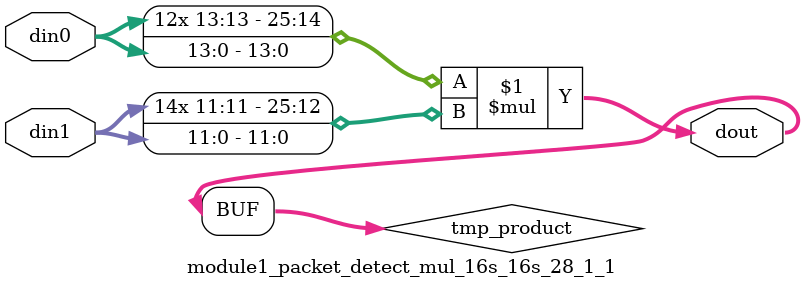
<source format=v>

`timescale 1 ns / 1 ps

 module module1_packet_detect_mul_16s_16s_28_1_1(din0, din1, dout);
parameter ID = 1;
parameter NUM_STAGE = 0;
parameter din0_WIDTH = 14;
parameter din1_WIDTH = 12;
parameter dout_WIDTH = 26;

input [din0_WIDTH - 1 : 0] din0; 
input [din1_WIDTH - 1 : 0] din1; 
output [dout_WIDTH - 1 : 0] dout;

wire signed [dout_WIDTH - 1 : 0] tmp_product;



























assign tmp_product = $signed(din0) * $signed(din1);








assign dout = tmp_product;





















endmodule

</source>
